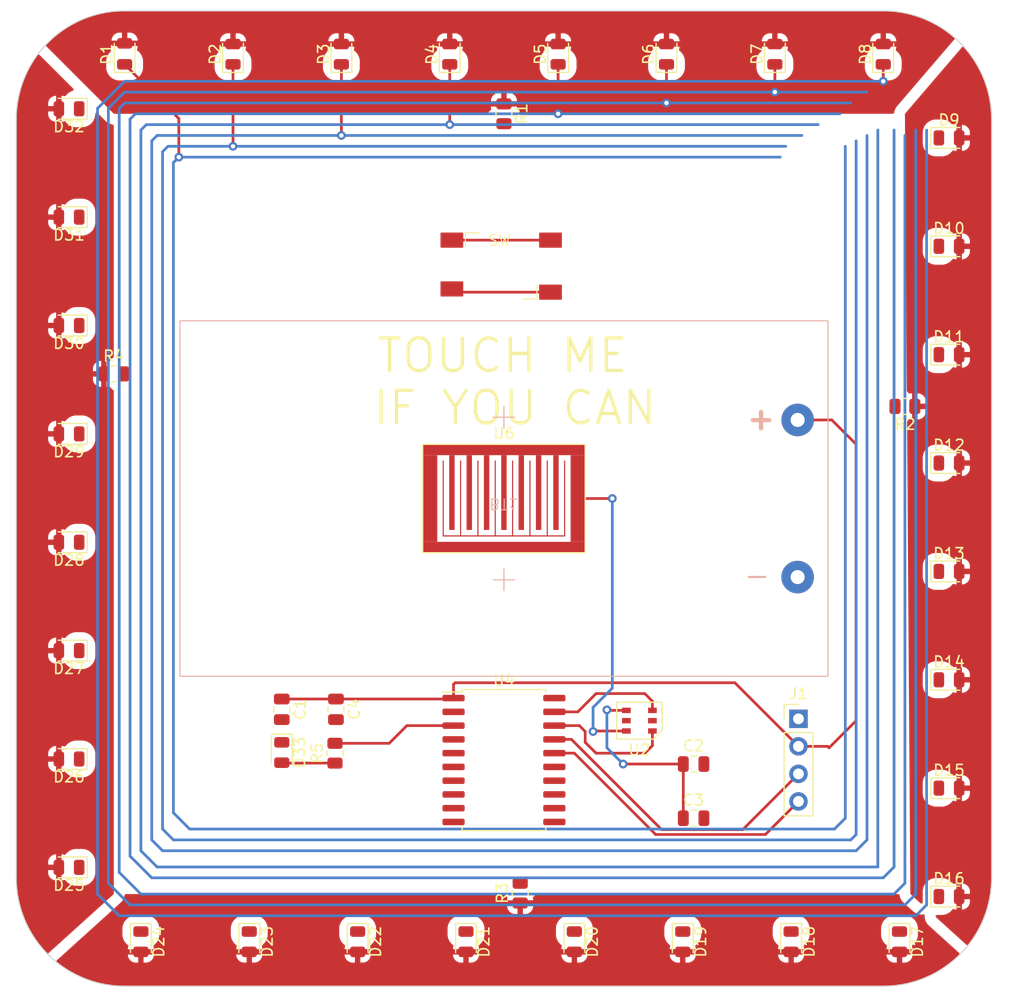
<source format=kicad_pcb>
(kicad_pcb (version 20221018) (generator pcbnew)
  (layers (0 "F.Cu" signal) (31 "B.Cu" signal) (34 "B.Paste" user) (35 "F.Paste" user) (36 "B.SilkS" user "B.Silkscreen") (37 "F.SilkS" user "F.Silkscreen") (38 "B.Mask" user) (39 "F.Mask" user) (44 "Edge.Cuts" user))
  (net 0 "")
  (net 1 "VCC")
  (net 2 "GND")
  (net 3 "/M-")
  (net 4 "Net-(D1-A)")
  (net 5 "/N-")
  (net 6 "/O-")
  (net 7 "/P-")
  (net 8 "/Q-")
  (net 9 "/R-")
  (net 10 "/S-")
  (net 11 "/T-")
  (net 12 "Net-(D10-A)")
  (net 13 "Net-(D17-A)")
  (net 14 "Net-(D25-A)")
  (net 15 "Net-(D33-A)")
  (net 16 "/TX")
  (net 17 "/UPDI")
  (net 18 "/A+")
  (net 19 "/B+")
  (net 20 "/C+")
  (net 21 "/D+")
  (net 22 "/LED_ind")
  (net 23 "/SW")
  (net 24 "/CapSens-IO1")
  (net 25 "/CapSens-IO2")
  (net 26 "Net-(U2-VREG)")
  (net 27 "Net-(U2-VDDHI)")
  (net 28 "Net-(U2-CX)")
  (footprint "LED_SMD:LED_0805_2012Metric" (layer "F.Cu") (at 94.5 93.4375 -90)
    (fp_text reference "D33" (at 0 -1.65 -270) (layer "F.SilkS"))
    (fp_text value "LED")
    (pad "1" smd roundrect (at -0.9375 0 270) (size 0.975 1.4) (layers "F.Cu" "F.Paste" "F.Mask") (net 2 "GND"))
    (pad "2" smd roundrect (at 0.9375 0 270) (size 0.975 1.4) (layers "F.Cu" "F.Paste" "F.Mask") (net 15 "Net-(D33-A)"))
  )
  (footprint "Resistor_SMD:R_0805_2012Metric" (layer "F.Cu") (at 116.5 106.4125 90)
    (fp_text reference "R3" (at 0 -1.65 90) (layer "F.SilkS"))
    (fp_text value "27Ω")
    (pad "1" smd roundrect (at -0.9125 0 90) (size 1.025 1.4) (layers "F.Cu" "F.Paste" "F.Mask") (roundrect_rratio 0.243902) (net 13 "Net-(D17-A)"))
    (pad "2" smd roundrect (at 0.9125 0 90) (size 1.025 1.4) (layers "F.Cu" "F.Paste" "F.Mask") (roundrect_rratio 0.243902) (net 20 "/C+"))
  )
  (footprint "LED_SMD:LED_0805_2012Metric" (layer "F.Cu") (at 80 29 90)
    (fp_text reference "D1" (at 0 -1.65 90) (layer "F.SilkS"))
    (fp_text value "LED")
    (pad "1" smd roundrect locked (at -0.9375 0 90) (size 0.975 1.4) (layers "F.Cu" "F.Paste" "F.Mask") (net 3 "/M-"))
    (pad "2" smd roundrect locked (at 1 0 90) (size 0.975 1.4) (layers "F.Cu" "F.Paste" "F.Mask") (net 4 "Net-(D1-A)"))
  )
  (footprint "LED_SMD:LED_0805_2012Metric" (layer "F.Cu") (at 81.5 110.894 -90)
    (fp_text reference "D24" (at 0 -1.65 90) (layer "F.SilkS"))
    (fp_text value "LED")
    (pad "1" smd roundrect (at -0.9375 0 270) (size 0.975 1.4) (layers "F.Cu" "F.Paste" "F.Mask") (net 7 "/P-"))
    (pad "2" smd roundrect (at 0.9375 0 270) (size 0.975 1.4) (layers "F.Cu" "F.Paste" "F.Mask") (net 13 "Net-(D17-A)"))
  )
  (footprint "LED_SMD:LED_0805_2012Metric" (layer "F.Cu") (at 74.868 34.036 180)
    (fp_text reference "D32" (at 0 -1.65) (layer "F.SilkS"))
    (fp_text value "LED")
    (pad "1" smd roundrect (at -0.9375 0 180) (size 0.975 1.4) (layers "F.Cu" "F.Paste" "F.Mask") (net 7 "/P-"))
    (pad "2" smd roundrect (at 0.9375 0 180) (size 0.975 1.4) (layers "F.Cu" "F.Paste" "F.Mask") (net 14 "Net-(D25-A)"))
  )
  (footprint "LED_SMD:LED_0805_2012Metric" (layer "F.Cu") (at 74.868 54.036 180)
    (fp_text reference "D30" (at 0 -1.65) (layer "F.SilkS"))
    (fp_text value "LED")
    (pad "1" smd roundrect (at -0.9375 0 180) (size 0.975 1.4) (layers "F.Cu" "F.Paste" "F.Mask") (net 5 "/N-"))
    (pad "2" smd roundrect (at 0.9375 0 180) (size 0.975 1.4) (layers "F.Cu" "F.Paste" "F.Mask") (net 14 "Net-(D25-A)"))
  )
  (footprint "LED_SMD:LED_0805_2012Metric" (layer "F.Cu") (at 156.0695 76.726)
    (fp_text reference "D13" (at 0 -1.65) (layer "F.SilkS"))
    (fp_text value "LED")
    (pad "1" smd roundrect (at -0.9375 0) (size 0.975 1.4) (layers "F.Cu" "F.Paste" "F.Mask") (net 3 "/M-"))
    (pad "2" smd roundrect (at 0.9375 0) (size 0.975 1.4) (layers "F.Cu" "F.Paste" "F.Mask") (net 12 "Net-(D10-A)"))
  )
  (footprint "LED_SMD:LED_0805_2012Metric" (layer "F.Cu") (at 156.0695 56.726)
    (fp_text reference "D11" (at 0 -1.65) (layer "F.SilkS"))
    (fp_text value "LED")
    (pad "1" smd roundrect (at -0.9375 0) (size 0.975 1.4) (layers "F.Cu" "F.Paste" "F.Mask") (net 10 "/S-"))
    (pad "2" smd roundrect (at 0.9375 0) (size 0.975 1.4) (layers "F.Cu" "F.Paste" "F.Mask") (net 12 "Net-(D10-A)"))
  )
  (footprint "LED_SMD:LED_0805_2012Metric" (layer "F.Cu") (at 156.0695 36.726)
    (fp_text reference "D9" (at 0 -1.65) (layer "F.SilkS"))
    (fp_text value "LED")
    (pad "1" smd roundrect (at -0.9375 0) (size 0.975 1.4) (layers "F.Cu" "F.Paste" "F.Mask") (net 8 "/Q-"))
    (pad "2" smd roundrect (at 0.9375 0) (size 0.975 1.4) (layers "F.Cu" "F.Paste" "F.Mask") (net 12 "Net-(D10-A)"))
  )
  (footprint "Package_SO:SOIC-20W_7.5x12.8mm_P1.27mm" (layer "F.Cu") (at 115 94.13)
    (fp_text reference "U4" (at 0 -7.35) (layer "F.SilkS"))
    (fp_text value "ATtiny816-S")
    (pad "1" smd roundrect (at -4.65 -5.715) (size 2.05 0.6) (layers "F.Cu" "F.Paste" "F.Mask") (net 1 "VCC"))
    (pad "2" smd roundrect (at -4.65 -4.445) (size 2.05 0.6) (layers "F.Cu" "F.Paste" "F.Mask") (net 23 "/SW"))
    (pad "3" smd roundrect (at -4.65 -3.175) (size 2.05 0.6) (layers "F.Cu" "F.Paste" "F.Mask") (net 22 "/LED_ind"))
    (pad "4" smd roundrect (at -4.65 -1.905) (size 2.05 0.6) (layers "F.Cu" "F.Paste" "F.Mask") (net 10 "/S-"))
    (pad "5" smd roundrect (at -4.65 -0.635) (size 2.05 0.6) (layers "F.Cu" "F.Paste" "F.Mask") (net 11 "/T-"))
    (pad "6" smd roundrect (at -4.65 0.635) (size 2.05 0.6) (layers "F.Cu" "F.Paste" "F.Mask") (net 9 "/R-"))
    (pad "7" smd roundrect (at -4.65 1.905) (size 2.05 0.6) (layers "F.Cu" "F.Paste" "F.Mask") (net 8 "/Q-"))
    (pad "8" smd roundrect (at -4.65 3.175) (size 2.05 0.6) (layers "F.Cu" "F.Paste" "F.Mask") (net 7 "/P-"))
    (pad "9" smd roundrect (at -4.65 4.445) (size 2.05 0.6) (layers "F.Cu" "F.Paste" "F.Mask") (net 6 "/O-"))
    (pad "10" smd roundrect (at -4.65 5.715) (size 2.05 0.6) (layers "F.Cu" "F.Paste" "F.Mask") (net 5 "/N-"))
    (pad "11" smd roundrect (at 4.65 5.715) (size 2.05 0.6) (layers "F.Cu" "F.Paste" "F.Mask") (net 3 "/M-"))
    (pad "12" smd roundrect (at 4.65 4.445) (size 2.05 0.6) (layers "F.Cu" "F.Paste" "F.Mask") (net 18 "/A+"))
    (pad "13" smd roundrect (at 4.65 3.175) (size 2.05 0.6) (layers "F.Cu" "F.Paste" "F.Mask") (net 19 "/B+"))
    (pad "14" smd roundrect (at 4.65 1.905) (size 2.05 0.6) (layers "F.Cu" "F.Paste" "F.Mask") (net 20 "/C+"))
    (pad "15" smd roundrect (at 4.65 0.635) (size 2.05 0.6) (layers "F.Cu" "F.Paste" "F.Mask") (net 21 "/D+"))
    (pad "16" smd roundrect (at 4.65 -0.635) (size 2.05 0.6) (layers "F.Cu" "F.Paste" "F.Mask") (net 17 "/UPDI"))
    (pad "17" smd roundrect (at 4.65 -1.905) (size 2.05 0.6) (layers "F.Cu" "F.Paste" "F.Mask") (net 16 "/TX"))
    (pad "18" smd roundrect (at 4.65 -3.175) (size 2.05 0.6) (layers "F.Cu" "F.Paste" "F.Mask") (net 24 "/CapSens-IO1"))
    (pad "19" smd roundrect (at 4.65 -4.445) (size 2.05 0.6) (layers "F.Cu" "F.Paste" "F.Mask") (net 25 "/CapSens-IO2"))
    (pad "20" smd roundrect (at 4.65 -5.715) (size 2.05 0.6) (layers "F.Cu" "F.Paste" "F.Mask") (net 2 "GND"))
  )
  (footprint "LED_SMD:LED_0805_2012Metric" (layer "F.Cu") (at 74.868 44.036 180)
    (fp_text reference "D31" (at 0 -1.65) (layer "F.SilkS"))
    (fp_text value "LED")
    (pad "1" smd roundrect (at -0.9375 0 180) (size 0.975 1.4) (layers "F.Cu" "F.Paste" "F.Mask") (net 6 "/O-"))
    (pad "2" smd roundrect (at 0.9375 0 180) (size 0.975 1.4) (layers "F.Cu" "F.Paste" "F.Mask") (net 14 "Net-(D25-A)"))
  )
  (footprint "LED_SMD:LED_0805_2012Metric" (layer "F.Cu") (at 74.868 104.036 180)
    (fp_text reference "D25" (at 0 -1.65) (layer "F.SilkS"))
    (fp_text value "LED")
    (pad "1" smd roundrect (at -0.9375 0 180) (size 0.975 1.4) (layers "F.Cu" "F.Paste" "F.Mask") (net 8 "/Q-"))
    (pad "2" smd roundrect (at 0.9375 0 180) (size 0.975 1.4) (layers "F.Cu" "F.Paste" "F.Mask") (net 14 "Net-(D25-A)"))
  )
  (footprint "Resistor_SMD:R_0805_2012Metric" (layer "F.Cu") (at 115 34.5 -90)
    (fp_text reference "R1" (at 0 -1.65 90) (layer "F.SilkS"))
    (fp_text value "27Ω")
    (pad "1" smd roundrect (at -0.9125 0 270) (size 1.025 1.4) (layers "F.Cu" "F.Paste" "F.Mask") (roundrect_rratio 0.243902) (net 4 "Net-(D1-A)"))
    (pad "2" smd roundrect (at 0.9125 0 270) (size 1.025 1.4) (layers "F.Cu" "F.Paste" "F.Mask") (roundrect_rratio 0.243902) (net 18 "/A+"))
  )
  (footprint "LED_SMD:LED_0805_2012Metric" (layer "F.Cu") (at 74.868 64.036 180)
    (fp_text reference "D29" (at 0 -1.65) (layer "F.SilkS"))
    (fp_text value "LED")
    (pad "1" smd roundrect (at -0.9375 0 180) (size 0.975 1.4) (layers "F.Cu" "F.Paste" "F.Mask") (net 3 "/M-"))
    (pad "2" smd roundrect (at 0.9375 0 180) (size 0.975 1.4) (layers "F.Cu" "F.Paste" "F.Mask") (net 14 "Net-(D25-A)"))
  )
  (footprint "LED_SMD:LED_0805_2012Metric" (layer "F.Cu") (at 151.5 110.894 -90)
    (fp_text reference "D17" (at 0 -1.65 90) (layer "F.SilkS"))
    (fp_text value "LED")
    (pad "1" smd roundrect (at -0.9375 0 270) (size 0.975 1.4) (layers "F.Cu" "F.Paste" "F.Mask") (net 8 "/Q-"))
    (pad "2" smd roundrect (at 0.9375 0 270) (size 0.975 1.4) (layers "F.Cu" "F.Paste" "F.Mask") (net 13 "Net-(D17-A)"))
  )
  (footprint "Capacitor_SMD:C_0805_2012Metric" (layer "F.Cu") (at 94.5 89.45 -90)
    (fp_text reference "C1" (at 0 -1.68 90) (layer "F.SilkS"))
    (fp_text value "1uF")
    (pad "1" smd roundrect (at -0.95 0 270) (size 1 1.45) (layers "F.Cu" "F.Paste" "F.Mask") (net 1 "VCC"))
    (pad "2" smd roundrect (at 0.95 0 270) (size 1 1.45) (layers "F.Cu" "F.Paste" "F.Mask") (net 2 "GND"))
  )
  (footprint "LED_SMD:LED_0805_2012Metric" (layer "F.Cu") (at 110 29 90)
    (fp_text reference "D4" (at 0 -1.65 90) (layer "F.SilkS"))
    (fp_text value "LED")
    (pad "1" smd roundrect locked (at -0.9375 0 90) (size 0.975 1.4) (layers "F.Cu" "F.Paste" "F.Mask") (net 7 "/P-"))
    (pad "2" smd roundrect locked (at 0.9375 0 90) (size 0.975 1.4) (layers "F.Cu" "F.Paste" "F.Mask") (net 4 "Net-(D1-A)"))
  )
  (footprint "MyLib:TouchButton-15x10mm" (layer "F.Cu") (at 115 70)
    (fp_text reference "U6" (at 0 -6) (layer "F.SilkS"))
    (fp_text value "~")
    (pad "1" smd rect (at -6.825 0) (size 1.35 8) (layers "F.Cu") (net 28 "Net-(U2-CX)"))
    (pad "1" smd rect (at -4.8 -0.550001) (size 0.5 6.9) (layers "F.Cu") (net 28 "Net-(U2-CX)"))
    (pad "1" smd rect (at -3.2 -0.550001) (size 0.5 6.9) (layers "F.Cu") (net 28 "Net-(U2-CX)"))
    (pad "1" smd rect (at -1.6 -0.550001) (size 0.5 6.9) (layers "F.Cu") (net 28 "Net-(U2-CX)"))
    (pad "1" smd rect (at 0 -4.5) (size 15 1) (layers "F.Cu") (net 28 "Net-(U2-CX)"))
    (pad "1" smd rect (at 0 -0.550001) (size 0.5 6.9) (layers "F.Cu") (net 28 "Net-(U2-CX)"))
    (pad "1" smd rect (at 0 4.5) (size 15 1) (layers "F.Cu") (net 28 "Net-(U2-CX)"))
    (pad "1" smd rect (at 1.6 -0.550001) (size 0.5 6.9) (layers "F.Cu") (net 28 "Net-(U2-CX)"))
    (pad "1" smd rect (at 3.2 -0.550001) (size 0.5 6.9) (layers "F.Cu") (net 28 "Net-(U2-CX)"))
    (pad "1" smd rect (at 4.8 -0.550001) (size 0.5 6.9) (layers "F.Cu") (net 28 "Net-(U2-CX)"))
    (pad "1" smd rect (at 6.825 0) (size 1.35 8) (layers "F.Cu") (net 28 "Net-(U2-CX)"))
    (pad "2" smd rect (at -5.6 0) (size 0.1 7) (layers "F.Cu"))
    (pad "2" smd rect (at -4 0) (size 0.1 7) (layers "F.Cu"))
    (pad "2" smd rect (at -2.4 0) (size 0.1 7) (layers "F.Cu"))
    (pad "2" smd rect (at -0.8 0) (size 0.1 7) (layers "F.Cu"))
    (pad "2" smd rect (at 0 3.45) (size 11.3 0.1) (layers "F.Cu"))
    (pad "2" smd rect (at 0.8 0) (size 0.1 7) (layers "F.Cu"))
    (pad "2" smd rect (at 2.4 0) (size 0.1 7) (layers "F.Cu"))
    (pad "2" smd rect (at 4 0) (size 0.1 7) (layers "F.Cu"))
    (pad "2" smd rect (at 5.6 0) (size 0.1 7) (layers "F.Cu"))
  )
  (footprint "LED_SMD:LED_0805_2012Metric" (layer "F.Cu") (at 100 29 90)
    (fp_text reference "D3" (at 0 -1.65 90) (layer "F.SilkS"))
    (fp_text value "LED")
    (pad "1" smd roundrect locked (at -0.9375 0 90) (size 0.975 1.4) (layers "F.Cu" "F.Paste" "F.Mask") (net 6 "/O-"))
    (pad "2" smd roundrect locked (at 0.9375 0 90) (size 0.975 1.4) (layers "F.Cu" "F.Paste" "F.Mask") (net 4 "Net-(D1-A)"))
  )
  (footprint "LED_SMD:LED_0805_2012Metric" (layer "F.Cu") (at 156.0695 106.726)
    (fp_text reference "D16" (at 0 -1.65) (layer "F.SilkS"))
    (fp_text value "LED")
    (pad "1" smd roundrect (at -0.9375 0) (size 0.975 1.4) (layers "F.Cu" "F.Paste" "F.Mask") (net 7 "/P-"))
    (pad "2" smd roundrect (at 0.9375 0) (size 0.975 1.4) (layers "F.Cu" "F.Paste" "F.Mask") (net 12 "Net-(D10-A)"))
  )
  (footprint "LED_SMD:LED_0805_2012Metric" (layer "F.Cu") (at 120 29 90)
    (fp_text reference "D5" (at 0 -1.65 90) (layer "F.SilkS"))
    (fp_text value "LED")
    (pad "1" smd roundrect locked (at -0.9375 0 90) (size 0.975 1.4) (layers "F.Cu" "F.Paste" "F.Mask") (net 8 "/Q-"))
    (pad "2" smd roundrect locked (at 0.9375 0 90) (size 0.975 1.4) (layers "F.Cu" "F.Paste" "F.Mask") (net 4 "Net-(D1-A)"))
  )
  (footprint "Capacitor_SMD:C_0805_2012Metric" (layer "F.Cu") (at 132.5 99.5)
    (fp_text reference "C3" (at 0 -1.68) (layer "F.SilkS"))
    (fp_text value "1uF")
    (pad "1" smd roundrect (at -0.95 0) (size 1 1.45) (layers "F.Cu" "F.Paste" "F.Mask") (net 26 "Net-(U2-VREG)"))
    (pad "2" smd roundrect (at 0.95 0) (size 1 1.45) (layers "F.Cu" "F.Paste" "F.Mask") (net 2 "GND"))
  )
  (footprint "LED_SMD:LED_0805_2012Metric" (layer "F.Cu") (at 141.5 110.894 -90)
    (fp_text reference "D18" (at 0 -1.65 90) (layer "F.SilkS"))
    (fp_text value "LED")
    (pad "1" smd roundrect (at -0.9375 0 270) (size 0.975 1.4) (layers "F.Cu" "F.Paste" "F.Mask") (net 9 "/R-"))
    (pad "2" smd roundrect (at 0.9375 0 270) (size 0.975 1.4) (layers "F.Cu" "F.Paste" "F.Mask") (net 13 "Net-(D17-A)"))
  )
  (footprint "LED_SMD:LED_0805_2012Metric" (layer "F.Cu") (at 74.868 84.036 180)
    (fp_text reference "D27" (at 0 -1.65) (layer "F.SilkS"))
    (fp_text value "LED")
    (pad "1" smd roundrect (at -0.9375 0 180) (size 0.975 1.4) (layers "F.Cu" "F.Paste" "F.Mask") (net 10 "/S-"))
    (pad "2" smd roundrect (at 0.9375 0 180) (size 0.975 1.4) (layers "F.Cu" "F.Paste" "F.Mask") (net 14 "Net-(D25-A)"))
  )
  (footprint "LED_SMD:LED_0805_2012Metric" (layer "F.Cu") (at 74.868 74.036 180)
    (fp_text reference "D28" (at 0 -1.65) (layer "F.SilkS"))
    (fp_text value "LED")
    (pad "1" smd roundrect (at -0.9375 0 180) (size 0.975 1.4) (layers "F.Cu" "F.Paste" "F.Mask") (net 11 "/T-"))
    (pad "2" smd roundrect (at 0.9375 0 180) (size 0.975 1.4) (layers "F.Cu" "F.Paste" "F.Mask") (net 14 "Net-(D25-A)"))
  )
  (footprint "LED_SMD:LED_0805_2012Metric" (layer "F.Cu") (at 91.5 110.894 -90)
    (fp_text reference "D23" (at 0 -1.65 90) (layer "F.SilkS"))
    (fp_text value "LED")
    (pad "1" smd roundrect (at -0.9375 0 270) (size 0.975 1.4) (layers "F.Cu" "F.Paste" "F.Mask") (net 6 "/O-"))
    (pad "2" smd roundrect (at 0.9375 0 270) (size 0.975 1.4) (layers "F.Cu" "F.Paste" "F.Mask") (net 13 "Net-(D17-A)"))
  )
  (footprint "LED_SMD:LED_0805_2012Metric" (layer "F.Cu") (at 156.0695 66.726)
    (fp_text reference "D12" (at 0 -1.65) (layer "F.SilkS"))
    (fp_text value "LED")
    (pad "1" smd roundrect (at -0.9375 0) (size 0.975 1.4) (layers "F.Cu" "F.Paste" "F.Mask") (net 11 "/T-"))
    (pad "2" smd roundrect (at 0.9375 0) (size 0.975 1.4) (layers "F.Cu" "F.Paste" "F.Mask") (net 12 "Net-(D10-A)"))
  )
  (footprint "LED_SMD:LED_0805_2012Metric" (layer "F.Cu") (at 74.868 94.036 180)
    (fp_text reference "D26" (at 0 -1.65) (layer "F.SilkS"))
    (fp_text value "LED")
    (pad "1" smd roundrect (at -0.9375 0 180) (size 0.975 1.4) (layers "F.Cu" "F.Paste" "F.Mask") (net 9 "/R-"))
    (pad "2" smd roundrect (at 0.9375 0 180) (size 0.975 1.4) (layers "F.Cu" "F.Paste" "F.Mask") (net 14 "Net-(D25-A)"))
  )
  (footprint "Resistor_SMD:R_0805_2012Metric" (layer "F.Cu") (at 152 61.5 180)
    (fp_text reference "R2" (at 0 -1.65) (layer "F.SilkS"))
    (fp_text value "27Ω")
    (pad "1" smd roundrect (at -0.9125 0 180) (size 1.025 1.4) (layers "F.Cu" "F.Paste" "F.Mask") (roundrect_rratio 0.243902) (net 12 "Net-(D10-A)"))
    (pad "2" smd roundrect (at 0.9125 0 180) (size 1.025 1.4) (layers "F.Cu" "F.Paste" "F.Mask") (roundrect_rratio 0.243902) (net 19 "/B+"))
  )
  (footprint "LED_SMD:LED_0805_2012Metric" (layer "F.Cu") (at 90 29 90)
    (fp_text reference "D2" (at 0 -1.65 90) (layer "F.SilkS"))
    (fp_text value "LED")
    (pad "1" smd roundrect locked (at -0.9375 0 90) (size 0.975 1.4) (layers "F.Cu" "F.Paste" "F.Mask") (net 5 "/N-"))
    (pad "2" smd roundrect locked (at 0.9375 0 90) (size 0.975 1.4) (layers "F.Cu" "F.Paste" "F.Mask") (net 4 "Net-(D1-A)"))
  )
  (footprint "Capacitor_SMD:C_0805_2012Metric" (layer "F.Cu") (at 99.5 89.45 -90)
    (fp_text reference "C4" (at 0 -1.68 90) (layer "F.SilkS"))
    (fp_text value "100pF")
    (pad "1" smd roundrect (at -0.95 0 270) (size 1 1.45) (layers "F.Cu" "F.Paste" "F.Mask") (net 1 "VCC"))
    (pad "2" smd roundrect (at 0.95 0 270) (size 1 1.45) (layers "F.Cu" "F.Paste" "F.Mask") (net 2 "GND"))
  )
  (footprint "LED_SMD:LED_0805_2012Metric" (layer "F.Cu") (at 156.0695 86.726)
    (fp_text reference "D14" (at 0 -1.65) (layer "F.SilkS"))
    (fp_text value "LED")
    (pad "1" smd roundrect (at -0.9375 0) (size 0.975 1.4) (layers "F.Cu" "F.Paste" "F.Mask") (net 5 "/N-"))
    (pad "2" smd roundrect (at 0.9375 0) (size 0.975 1.4) (layers "F.Cu" "F.Paste" "F.Mask") (net 12 "Net-(D10-A)"))
  )
  (footprint "Connector_PinHeader_2.54mm:PinHeader_1x04_P2.54mm_Vertical" (layer "F.Cu") (at 142.178 90.33)
    (fp_text reference "J1" (at 0 -2.33) (layer "F.SilkS"))
    (fp_text value "Conn_01x04_Pin")
    (pad "1" thru_hole rect (at 0 0) (size 1.7 1.7) (drill 1) (layers "*.Cu" "*.Mask") (net 2 "GND"))
    (pad "2" thru_hole oval (at 0 2.54) (size 1.7 1.7) (drill 1) (layers "*.Cu" "*.Mask") (net 1 "VCC"))
    (pad "3" thru_hole oval (at 0 5.08) (size 1.7 1.7) (drill 1) (layers "*.Cu" "*.Mask") (net 16 "/TX"))
    (pad "4" thru_hole oval (at 0 7.62) (size 1.7 1.7) (drill 1) (layers "*.Cu" "*.Mask") (net 17 "/UPDI"))
  )
  (footprint "Resistor_SMD:R_0805_2012Metric" (layer "F.Cu") (at 79 58.5)
    (fp_text reference "R4" (at 0 -1.65) (layer "F.SilkS"))
    (fp_text value "27Ω")
    (pad "1" smd roundrect (at -0.9125 0) (size 1.025 1.4) (layers "F.Cu" "F.Paste" "F.Mask") (roundrect_rratio 0.243902) (net 14 "Net-(D25-A)"))
    (pad "2" smd roundrect (at 0.9125 0) (size 1.025 1.4) (layers "F.Cu" "F.Paste" "F.Mask") (roundrect_rratio 0.243902) (net 21 "/D+"))
  )
  (footprint "LED_SMD:LED_0805_2012Metric" (layer "F.Cu") (at 121.5 110.894 -90)
    (fp_text reference "D20" (at 0 -1.65 90) (layer "F.SilkS"))
    (fp_text value "LED")
    (pad "1" smd roundrect (at -0.9375 0 270) (size 0.975 1.4) (layers "F.Cu" "F.Paste" "F.Mask") (net 11 "/T-"))
    (pad "2" smd roundrect (at 0.9375 0 270) (size 0.975 1.4) (layers "F.Cu" "F.Paste" "F.Mask") (net 13 "Net-(D17-A)"))
  )
  (footprint "LED_SMD:LED_0805_2012Metric" (layer "F.Cu") (at 131.5 110.894 -90)
    (fp_text reference "D19" (at 0 -1.65 90) (layer "F.SilkS"))
    (fp_text value "LED")
    (pad "1" smd roundrect (at -0.9375 0 270) (size 0.975 1.4) (layers "F.Cu" "F.Paste" "F.Mask") (net 10 "/S-"))
    (pad "2" smd roundrect (at 0.9375 0 270) (size 0.975 1.4) (layers "F.Cu" "F.Paste" "F.Mask") (net 13 "Net-(D17-A)"))
  )
  (footprint "LED_SMD:LED_0805_2012Metric" (layer "F.Cu") (at 111.5 110.894 -90)
    (fp_text reference "D21" (at 0 -1.65 90) (layer "F.SilkS"))
    (fp_text value "LED")
    (pad "1" smd roundrect (at -0.9375 0 270) (size 0.975 1.4) (layers "F.Cu" "F.Paste" "F.Mask") (net 3 "/M-"))
    (pad "2" smd roundrect (at 0.9375 0 270) (size 0.975 1.4) (layers "F.Cu" "F.Paste" "F.Mask") (net 13 "Net-(D17-A)"))
  )
  (footprint "Capacitor_SMD:C_0805_2012Metric" (layer "F.Cu") (at 132.5 94.5)
    (fp_text reference "C2" (at 0 -1.68) (layer "F.SilkS"))
    (fp_text value "100pF")
    (pad "1" smd roundrect (at -0.95 0) (size 1 1.45) (layers "F.Cu" "F.Paste" "F.Mask") (net 26 "Net-(U2-VREG)"))
    (pad "2" smd roundrect (at 0.95 0) (size 1 1.45) (layers "F.Cu" "F.Paste" "F.Mask") (net 2 "GND"))
  )
  (footprint "LED_SMD:LED_0805_2012Metric" (layer "F.Cu") (at 130 29 90)
    (fp_text reference "D6" (at 0 -1.65 90) (layer "F.SilkS"))
    (fp_text value "LED")
    (pad "1" smd roundrect locked (at -0.9375 0 90) (size 0.975 1.4) (layers "F.Cu" "F.Paste" "F.Mask") (net 9 "/R-"))
    (pad "2" smd roundrect locked (at 0.9375 0 90) (size 0.975 1.4) (layers "F.Cu" "F.Paste" "F.Mask") (net 4 "Net-(D1-A)"))
  )
  (footprint "LED_SMD:LED_0805_2012Metric" (layer "F.Cu") (at 140 29 90)
    (fp_text reference "D7" (at 0 -1.65 90) (layer "F.SilkS"))
    (fp_text value "LED")
    (pad "1" smd roundrect locked (at -0.9375 0 90) (size 0.975 1.4) (layers "F.Cu" "F.Paste" "F.Mask") (net 10 "/S-"))
    (pad "2" smd roundrect locked (at 0.9375 0 90) (size 0.975 1.4) (layers "F.Cu" "F.Paste" "F.Mask") (net 4 "Net-(D1-A)"))
  )
  (footprint "LED_SMD:LED_0805_2012Metric" (layer "F.Cu") (at 101.5 110.894 -90)
    (fp_text reference "D22" (at 0 -1.65 90) (layer "F.SilkS"))
    (fp_text value "LED")
    (pad "1" smd roundrect (at -0.9375 0 270) (size 0.975 1.4) (layers "F.Cu" "F.Paste" "F.Mask") (net 5 "/N-"))
    (pad "2" smd roundrect (at 0.9375 0 270) (size 0.975 1.4) (layers "F.Cu" "F.Paste" "F.Mask") (net 13 "Net-(D17-A)"))
  )
  (footprint "Resistor_SMD:R_0805_2012Metric" (layer "F.Cu") (at 99.4125 93.5 90)
    (fp_text reference "R5" (at 0 -1.65 90) (layer "F.SilkS"))
    (fp_text value "27Ω")
    (pad "1" smd roundrect (at -0.9125 0 90) (size 1.025 1.4) (layers "F.Cu" "F.Paste" "F.Mask") (roundrect_rratio 0.243902) (net 15 "Net-(D33-A)"))
    (pad "2" smd roundrect (at 0.9125 0 90) (size 1.025 1.4) (layers "F.Cu" "F.Paste" "F.Mask") (roundrect_rratio 0.243902) (net 22 "/LED_ind"))
  )
  (footprint "MyLib:FSM2JSMAATR" (layer "F.Cu") (at 114.746 48.41)
    (fp_text reference "SW2")
    (fp_text value "SW_Push")
    (fp_text user "SW" (at -1.27 -1.651 unlocked) (layer "F.SilkS") (effects (font (thickness 0.1)) (justify left bottom)))
    (pad "1" smd roundrect (at -4.55 -2.25) (size 2.1 1.4) (layers "F.Cu" "F.Paste" "F.Mask") (roundrect_rratio 0.05) (net 2 "GND"))
    (pad "1" smd roundrect (at 4.55 -2.25) (size 2.1 1.4) (layers "F.Cu" "F.Paste" "F.Mask") (roundrect_rratio 0.05) (net 2 "GND"))
    (pad "2" smd roundrect (at -4.55 2.25) (size 2.1 1.4) (layers "F.Cu" "F.Paste" "F.Mask") (roundrect_rratio 0.05) (net 23 "/SW"))
    (pad "2" smd roundrect (at 4.55 2.55) (size 2.1 1.4) (layers "F.Cu" "F.Paste" "F.Mask") (roundrect_rratio 0.05) (net 23 "/SW"))
  )
  (footprint "LED_SMD:LED_0805_2012Metric" (layer "F.Cu") (at 150 29 90)
    (fp_text reference "D8" (at 0 -1.65 90) (layer "F.SilkS"))
    (fp_text value "LED")
    (pad "1" smd roundrect locked (at -0.9375 0 90) (size 0.975 1.4) (layers "F.Cu" "F.Paste" "F.Mask") (net 11 "/T-"))
    (pad "2" smd roundrect locked (at 0.9375 0 90) (size 0.975 1.4) (layers "F.Cu" "F.Paste" "F.Mask") (net 4 "Net-(D1-A)"))
  )
  (footprint "LED_SMD:LED_0805_2012Metric" (layer "F.Cu") (at 156.0695 96.726)
    (fp_text reference "D15" (at 0 -1.65) (layer "F.SilkS"))
    (fp_text value "LED")
    (pad "1" smd roundrect (at -0.9375 0) (size 0.975 1.4) (layers "F.Cu" "F.Paste" "F.Mask") (net 6 "/O-"))
    (pad "2" smd roundrect (at 0.9375 0) (size 0.975 1.4) (layers "F.Cu" "F.Paste" "F.Mask") (net 12 "Net-(D10-A)"))
  )
  (footprint "LED_SMD:LED_0805_2012Metric" (layer "F.Cu") (at 156.0695 46.726)
    (fp_text reference "D10" (at 0 -1.65) (layer "F.SilkS"))
    (fp_text value "LED")
    (pad "1" smd roundrect (at -0.9375 0) (size 0.975 1.4) (layers "F.Cu" "F.Paste" "F.Mask") (net 9 "/R-"))
    (pad "2" smd roundrect (at 0.9375 0) (size 0.975 1.4) (layers "F.Cu" "F.Paste" "F.Mask") (net 12 "Net-(D10-A)"))
  )
  (footprint "MyLib:TSOT32-6" (layer "F.Cu") (at 127.5 90.5 90)
    (fp_text reference "U2" (at -2.7 0) (layer "F.SilkS"))
    (fp_text value "~")
    (pad "1" smd rect (at -0.95 1.2 90) (size 0.5 0.8) (layers "F.Cu" "F.Paste" "F.Mask") (net 24 "/CapSens-IO1"))
    (pad "2" smd rect (at 0 1.2 90) (size 0.5 0.8) (layers "F.Cu" "F.Paste" "F.Mask") (net 2 "GND"))
    (pad "3" smd rect (at 0.95 1.2 90) (size 0.5 0.8) (layers "F.Cu" "F.Paste" "F.Mask") (net 25 "/CapSens-IO2"))
    (pad "4" smd rect (at 0.95 -1.2 90) (size 0.5 0.8) (layers "F.Cu" "F.Paste" "F.Mask") (net 26 "Net-(U2-VREG)"))
    (pad "5" smd rect (at 0 -1.2 90) (size 0.5 0.8) (layers "F.Cu" "F.Paste" "F.Mask") (net 27 "Net-(U2-VDDHI)"))
    (pad "6" smd rect (at -0.95 -1.2 90) (size 0.5 0.8) (layers "F.Cu" "F.Paste" "F.Mask") (net 28 "Net-(U2-CX)"))
  )
  (footprint "MyLib:Battery_holder__Keystone_Electronic_AA_2462" (layer "B.Cu") (at 115 70)
    (fp_text reference "BT1" (at 0 0.5 180 unlocked) (layer "B.SilkS") (effects (font (thickness 0.1)) (justify mirror)))
    (fp_text value "Battery_Cell")
    (fp_text user "-" (at 21.971 6.223 180 unlocked) (layer "B.SilkS") (effects (font (size 2 2) (thickness 0.2) bold) (justify left bottom mirror)))
    (fp_text user "+" (at 22.225 -8.255 180 unlocked) (layer "B.SilkS") (effects (font (size 2 2) (thickness 0.4) bold) (justify left bottom mirror)))
    (pad "1" thru_hole circle (at 27.1 -7.25) (size 3 3) (drill 1.3) (layers "*.Cu" "*.Mask") (net 1 "VCC"))
    (pad "2" thru_hole circle (at 27.1 7.25) (size 3 3) (drill 1.3) (layers "*.Cu" "*.Mask") (net 2 "GND"))
    (zone (net 0) (net_name "") (layers "F&B.Cu") (name "Drilling Hole Area") (connect_pads (clearance 0)) (min_thickness 0.25)
      (keepout (tracks not_allowed) (vias not_allowed) (pads not_allowed) (copperpour not_allowed) (footprints not_allowed))
      (fill (thermal_gap 0.5) (thermal_bridge_width 0.5))
      (polygon (pts (xy 113 64.5) (xy 113 60.5) (xy 117 60.5) (xy 117 64.5)))
    )
    (zone (net 0) (net_name "") (layers "F&B.Cu") (name "Drilling Holes Area") (connect_pads (clearance 0)) (min_thickness 0.25)
      (keepout (tracks not_allowed) (vias not_allowed) (pads not_allowed) (copperpour not_allowed) (footprints not_allowed))
      (fill (thermal_gap 0.5) (thermal_bridge_width 0.5))
      (polygon (pts (xy 113 79.5) (xy 113 75.5) (xy 117 75.5) (xy 117 79.5)))
    )
  )
  (gr_line locked (start 150 25) (end 80 25) (stroke (width 0.1)) (layer "Edge.Cuts"))
  (gr_arc locked (start 150 25) (mid 157.071067 27.928932) (end 160 35) (stroke (width 0.1)) (layer "Edge.Cuts"))
  (gr_line locked (start 160 105) (end 160 35) (stroke (width 0.1)) (layer "Edge.Cuts"))
  (gr_arc locked (start 160 105) (mid 157.071068 112.071067) (end 150 115) (stroke (width 0.1)) (layer "Edge.Cuts"))
  (gr_line locked (start 70 35) (end 70 105) (stroke (width 0.1)) (layer "Edge.Cuts"))
  (gr_arc locked (start 80 115) (mid 72.928933 112.071068) (end 70 105) (stroke (width 0.1)) (layer "Edge.Cuts"))
  (gr_arc locked (start 70 35) (mid 72.928932 27.928933) (end 80 25) (stroke (width 0.1)) (layer "Edge.Cuts"))
  (gr_line locked (start 80 115) (end 150 115) (stroke (width 0.1)) (layer "Edge.Cuts"))
  (gr_text "TOUCH ME \nIF YOU CAN" (at 116.016 63.396) (layer "F.SilkS") (effects (font (size 3 3) (thickness 0.3) bold) (justify bottom)))
  (segment (start 147.5 90.5) (end 145 93) (width 0.25) (layer "F.Cu") (net 1))
  (segment (start 142.178 92.87) (end 136.308 87) (width 0.25) (layer "F.Cu") (net 1))
  (segment (start 142.1 62.75) (end 145.25 62.75) (width 0.25) (layer "F.Cu") (net 1))
  (segment (start 147.5 65) (end 147.5 90.5) (width 0.25) (layer "F.Cu") (net 1))
  (segment (start 99.5 88.5) (end 110.265 88.5) (width 0.25) (layer "F.Cu") (net 1))
  (segment (start 145.25 62.75) (end 147.5 65) (width 0.25) (layer "F.Cu") (net 1))
  (segment (start 144.87 92.87) (end 142.178 92.87) (width 0.25) (layer "F.Cu") (net 1))
  (segment (start 145 93) (end 144.87 92.87) (width 0.25) (layer "F.Cu") (net 1))
  (segment (start 136.308 87) (end 110.5 87) (width 0.25) (layer "F.Cu") (net 1))
  (segment (start 110.265 88.5) (end 110.35 88.415) (width 0.25) (layer "F.Cu") (net 1))
  (segment (start 110.5 87) (end 110.35 87.15) (width 0.25) (layer "F.Cu") (net 1))
  (segment (start 99.5 88.5) (end 94.5 88.5) (width 0.25) (layer "F.Cu") (net 1))
  (segment (start 110.35 87.15) (end 110.35 88.415) (width 0.25) (layer "F.Cu") (net 1))
  (segment (start 110.196 46.16) (end 119.296 46.16) (width 0.25) (layer "F.Cu") (net 2))
  (segment (start 80 29.9375) (end 85 34.9375) (width 0.25) (layer "F.Cu") (net 3))
  (segment (start 85 34.9375) (end 85 38.5) (width 0.25) (layer "F.Cu") (net 3))
  (via (at 85 38.5) (size 0.8) (drill 0.4) (layers "F.Cu" "B.Cu") (net 3))
  (segment (start 145.5 100.5) (end 146.5 99.5) (width 0.25) (layer "B.Cu") (net 3))
  (segment (start 84.5 99) (end 86 100.5) (width 0.25) (layer "B.Cu") (net 3))
  (segment (start 86 100.5) (end 145.5 100.5) (width 0.25) (layer "B.Cu") (net 3))
  (segment (start 85 38.5) (end 84.5 39) (width 0.25) (layer "B.Cu") (net 3))
  (segment (start 146.5 99.5) (end 146.5 37.5) (width 0.25) (layer "B.Cu") (net 3))
  (segment (start 84.5 39) (end 84.5 99) (width 0.25) (layer "B.Cu") (net 3))
  (segment (start 140.5 38.5) (end 85 38.5) (width 0.25) (layer "B.Cu") (net 3))
  (segment (start 90 29.9375) (end 90 37.5) (width 0.25) (layer "F.Cu") (net 5))
  (via (at 90 37.5) (size 0.8) (drill 0.4) (layers "F.Cu" "B.Cu") (net 5))
  (segment (start 147.5 101) (end 147.5 37) (width 0.25) (layer "B.Cu") (net 5))
  (segment (start 84 37.5) (end 83.5 38) (width 0.25) (layer "B.Cu") (net 5))
  (segment (start 147 101.5) (end 147.5 101) (width 0.25) (layer "B.Cu") (net 5))
  (segment (start 83.5 100.5) (end 84.5 101.5) (width 0.25) (layer "B.Cu") (net 5))
  (segment (start 83.5 38) (end 83.5 100.5) (width 0.25) (layer "B.Cu") (net 5))
  (segment (start 141 37.5) (end 90 37.5) (width 0.25) (layer "B.Cu") (net 5))
  (segment (start 90 37.5) (end 84 37.5) (width 0.25) (layer "B.Cu") (net 5))
  (segment (start 84.5 101.5) (end 147 101.5) (width 0.25) (layer "B.Cu") (net 5))
  (segment (start 100 29.9375) (end 100 36.5) (width 0.25) (layer "F.Cu") (net 6))
  (via (at 100 36.5) (size 0.8) (drill 0.4) (layers "F.Cu" "B.Cu") (net 6))
  (segment (start 82.5 37) (end 82.5 101.5) (width 0.25) (layer "B.Cu") (net 6))
  (segment (start 142.5 36.5) (end 100 36.5) (width 0.25) (layer "B.Cu") (net 6))
  (segment (start 148.5 101.5) (end 148.5 36.5) (width 0.25) (layer "B.Cu") (net 6))
  (segment (start 82.5 101.5) (end 83.5 102.5) (width 0.25) (layer "B.Cu") (net 6))
  (segment (start 83.5 102.5) (end 147.5 102.5) (width 0.25) (layer "B.Cu") (net 6))
  (segment (start 147.5 102.5) (end 148.5 101.5) (width 0.25) (layer "B.Cu") (net 6))
  (segment (start 83 36.5) (end 82.5 37) (width 0.25) (layer "B.Cu") (net 6))
  (segment (start 100 36.5) (end 83 36.5) (width 0.25) (layer "B.Cu") (net 6))
  (segment (start 110 29.9375) (end 110 35.5) (width 0.25) (layer "F.Cu") (net 7))
  (via (at 110 35.5) (size 0.8) (drill 0.4) (layers "F.Cu" "B.Cu") (net 7))
  (segment (start 110 35.5) (end 82 35.5) (width 0.25) (layer "B.Cu") (net 7))
  (segment (start 83 104) (end 149.5 104) (width 0.25) (layer "B.Cu") (net 7))
  (segment (start 81.5 102.5) (end 83 104) (width 0.25) (layer "B.Cu") (net 7))
  (segment (start 81.5 36) (end 81.5 102.5) (width 0.25) (layer "B.Cu") (net 7))
  (segment (start 82 35.5) (end 81.5 36) (width 0.25) (layer "B.Cu") (net 7))
  (segment (start 149.5 104) (end 149.5 36) (width 0.25) (layer "B.Cu") (net 7))
  (segment (start 144 35.5) (end 110 35.5) (width 0.25) (layer "B.Cu") (net 7))
  (segment (start 120 29.9375) (end 120 34.5) (width 0.25) (layer "F.Cu") (net 8))
  (via (at 120 34.5) (size 0.8) (drill 0.4) (layers "F.Cu" "B.Cu") (net 8))
  (segment (start 146 34.5) (end 120 34.5) (width 0.25) (layer "B.Cu") (net 8))
  (segment (start 120 34.5) (end 81 34.5) (width 0.25) (layer "B.Cu") (net 8))
  (segment (start 80.5 35) (end 80.5 103) (width 0.25) (layer "B.Cu") (net 8))
  (segment (start 80.5 103) (end 82.5 105) (width 0.25) (layer "B.Cu") (net 8))
  (segment (start 81 34.5) (end 80.5 35) (width 0.25) (layer "B.Cu") (net 8))
  (segment (start 82.5 105) (end 150 105) (width 0.25) (layer "B.Cu") (net 8))
  (segment (start 150 105) (end 151 104) (width 0.25) (layer "B.Cu") (net 8))
  (segment (start 151 104) (end 151 36) (width 0.25) (layer "B.Cu") (net 8))
  (segment (start 130 29.9375) (end 130 33.5) (width 0.25) (layer "F.Cu") (net 9))
  (via (at 130 33.5) (size 0.8) (drill 0.4) (layers "F.Cu" "B.Cu") (net 9))
  (segment (start 147 33.5) (end 130 33.5) (width 0.25) (layer "B.Cu") (net 9))
  (segment (start 151 106.5) (end 152 105.5) (width 0.25) (layer "B.Cu") (net 9))
  (segment (start 81.5 106.5) (end 151 106.5) (width 0.25) (layer "B.Cu") (net 9))
  (segment (start 130 33.5) (end 80 33.5) (width 0.25) (layer "B.Cu") (net 9))
  (segment (start 152 105.5) (end 152 36.5) (width 0.25) (layer "B.Cu") (net 9))
  (segment (start 79.5 104.5) (end 81.5 106.5) (width 0.25) (layer "B.Cu") (net 9))
  (segment (start 79.5 34) (end 79.5 104.5) (width 0.25) (layer "B.Cu") (net 9))
  (segment (start 80 33.5) (end 79.5 34) (width 0.25) (layer "B.Cu") (net 9))
  (segment (start 140 29.9375) (end 140 32.5) (width 0.25) (layer "F.Cu") (net 10))
  (via (at 140 32.5) (size 0.8) (drill 0.4) (layers "F.Cu" "B.Cu") (net 10))
  (segment (start 80.5 107.5) (end 152 107.5) (width 0.25) (layer "B.Cu") (net 10))
  (segment (start 140 32.5) (end 80 32.5) (width 0.25) (layer "B.Cu") (net 10))
  (segment (start 78.5 105.5) (end 80.5 107.5) (width 0.25) (layer "B.Cu") (net 10))
  (segment (start 80 32.5) (end 78.5 34) (width 0.25) (layer "B.Cu") (net 10))
  (segment (start 148.5 32.5) (end 140 32.5) (width 0.25) (layer "B.Cu") (net 10))
  (segment (start 78.5 34) (end 78.5 105.5) (width 0.25) (layer "B.Cu") (net 10))
  (segment (start 152 107.5) (end 153 106.5) (width 0.25) (layer "B.Cu") (net 10))
  (segment (start 153 106.5) (end 153 36) (width 0.25) (layer "B.Cu") (net 10))
  (segment (start 150 29.9375) (end 150 31.5) (width 0.25) (layer "F.Cu") (net 11))
  (via (at 150 31.5) (size 0.8) (drill 0.4) (layers "F.Cu" "B.Cu") (net 11))
  (segment (start 80 31.5) (end 77.5 34) (width 0.25) (layer "B.Cu") (net 11))
  (segment (start 154 107.5) (end 154 36) (width 0.25) (layer "B.Cu") (net 11))
  (segment (start 77.5 34) (end 77.5 106.5) (width 0.25) (layer "B.Cu") (net 11))
  (segment (start 77.5 106.5) (end 79.5 108.5) (width 0.25) (layer "B.Cu") (net 11))
  (segment (start 153 108.5) (end 154 107.5) (width 0.25) (layer "B.Cu") (net 11))
  (segment (start 150 31.5) (end 80 31.5) (width 0.25) (layer "B.Cu") (net 11))
  (segment (start 79.5 108.5) (end 153 108.5) (width 0.25) (layer "B.Cu") (net 11))
  (segment (start 99.4125 94.4125) (end 94.5375 94.4125) (width 0.25) (layer "F.Cu") (net 15))
  (segment (start 94.5375 94.4125) (end 94.5 94.375) (width 0.25) (layer "F.Cu") (net 15))
  (segment (start 121.225 92.225) (end 119.65 92.225) (width 0.25) (layer "F.Cu") (net 16))
  (segment (start 129.55 100.55) (end 121.225 92.225) (width 0.25) (layer "F.Cu") (net 16))
  (segment (start 142.178 95.41) (end 137.038 100.55) (width 0.25) (layer "F.Cu") (net 16))
  (segment (start 137.038 100.55) (end 129.55 100.55) (width 0.25) (layer "F.Cu") (net 16))
  (segment (start 129 101) (end 121.495 93.495) (width 0.25) (layer "F.Cu") (net 17))
  (segment (start 142.178 97.95) (end 139.128 101) (width 0.25) (layer "F.Cu") (net 17))
  (segment (start 121.495 93.495) (end 119.65 93.495) (width 0.25) (layer "F.Cu") (net 17))
  (segment (start 139.128 101) (end 129 101) (width 0.25) (layer "F.Cu") (net 17))
  (segment (start 106.045 90.955) (end 104.4125 92.5875) (width 0.25) (layer "F.Cu") (net 22))
  (segment (start 104.4125 92.5875) (end 99.4125 92.5875) (width 0.25) (layer "F.Cu") (net 22))
  (segment (start 110.35 90.955) (end 106.045 90.955) (width 0.25) (layer "F.Cu") (net 22))
  (segment (start 110.496 50.96) (end 110.196 50.66) (width 0.25) (layer "F.Cu") (net 23))
  (segment (start 119.296 50.96) (end 110.496 50.96) (width 0.25) (layer "F.Cu") (net 23))
  (segment (start 122.5 91.5) (end 122.5 92.5) (width 0.25) (layer "F.Cu") (net 24))
  (segment (start 119.65 90.955) (end 121.955 90.955) (width 0.25) (layer "F.Cu") (net 24))
  (segment (start 128.7 92.8) (end 128.7 91.45) (width 0.25) (layer "F.Cu") (net 24))
  (segment (start 122.5 92.5) (end 123.5 93.5) (width 0.25) (layer "F.Cu") (net 24))
  (segment (start 128 93.5) (end 128.7 92.8) (width 0.25) (layer "F.Cu") (net 24))
  (segment (start 121.955 90.955) (end 122.5 91.5) (width 0.25) (layer "F.Cu") (net 24))
  (segment (start 123.5 93.5) (end 128 93.5) (width 0.25) (layer "F.Cu") (net 24))
  (segment (start 128.7 88.7) (end 128 88) (width 0.25) (layer "F.Cu") (net 25))
  (segment (start 128 88) (end 123.5 88) (width 0.25) (layer "F.Cu") (net 25))
  (segment (start 121.815 89.685) (end 119.65 89.685) (width 0.25) (layer "F.Cu") (net 25))
  (segment (start 123.5 88) (end 121.815 89.685) (width 0.25) (layer "F.Cu") (net 25))
  (segment (start 128.7 89.55) (end 128.7 88.7) (width 0.25) (layer "F.Cu") (net 25))
  (segment (start 131.55 94.5) (end 126 94.5) (width 0.25) (layer "F.Cu") (net 26))
  (segment (start 124.55 89.55) (end 124.5 89.5) (width 0.25) (layer "F.Cu") (net 26))
  (segment (start 131.55 94.5) (end 131.55 99.5) (width 0.25) (layer "F.Cu") (net 26))
  (segment (start 126.3 89.55) (end 124.55 89.55) (width 0.25) (layer "F.Cu") (net 26))
  (via (at 124.5 89.5) (size 0.8) (drill 0.4) (layers "F.Cu" "B.Cu") (net 26))
  (via (at 126 94.5) (size 0.8) (drill 0.4) (layers "F.Cu" "B.Cu") (net 26))
  (segment (start 124.5 89.5) (end 124.5 93) (width 0.25) (layer "B.Cu") (net 26))
  (segment (start 124.5 93) (end 126 94.5) (width 0.25) (layer "B.Cu") (net 26))
  (segment (start 123.275 91.45) (end 126.3 91.45) (width 0.25) (layer "F.Cu") (net 28))
  (segment (start 123.225 91.5) (end 123.2 91.475) (width 0.25) (layer "F.Cu") (net 28))
  (segment (start 123.225 91.5) (end 123.275 91.45) (width 0.25) (layer "F.Cu") (net 28))
  (segment (start 121.825 70) (end 125 70) (width 0.25) (layer "F.Cu") (net 28))
  (via (at 125 70) (size 0.8) (drill 0.4) (layers "F.Cu" "B.Cu") (net 28))
  (via (at 123.225 91.5) (size 0.8) (drill 0.4) (layers "F.Cu" "B.Cu") (net 28))
  (segment (start 123.225 89.275) (end 125 87.5) (width 0.25) (layer "B.Cu") (net 28))
  (segment (start 123.225 91.5) (end 123.225 89.275) (width 0.25) (layer "B.Cu") (net 28))
  (segment (start 125 87.5) (end 125 70) (width 0.25) (layer "B.Cu") (net 28))
  (zone (net 12) (net_name "Net-(D10-A)") (layer "F.Cu") (priority 3) (connect_pads (clearance 1)) (min_thickness 0.25) (fill yes (thermal_gap 0.5) (thermal_bridge_width 0.5))
    (polygon (pts (xy 152 34.5) (xy 152.5 106.5) (xy 163 116) (xy 161 24)))
  )
  (zone (net 4) (net_name "Net-(D1-A)") (layer "F.Cu") (priority 2) (connect_pads (clearance 1)) (min_thickness 0.25) (fill yes (thermal_gap 0.5) (thermal_bridge_width 0.5))
    (polygon (pts (xy 68.5 24) (xy 79 34.5) (xy 152 34.5) (xy 161 24)))
  )
  (zone (net 14) (net_name "Net-(D25-A)") (layer "F.Cu") (priority 1) (connect_pads (clearance 1)) (min_thickness 0.25) (fill yes (thermal_gap 0.5) (thermal_bridge_width 0.5))
    (polygon (pts (xy 79 106.5) (xy 68.5 116) (xy 68.5 24) (xy 79 34.5)))
  )
  (zone (net 13) (net_name "Net-(D17-A)") (layer "F.Cu") (connect_pads (clearance 1)) (min_thickness 0.25) (fill yes (thermal_gap 0.5) (thermal_bridge_width 0.5))
    (polygon (pts (xy 79 106.5) (xy 152.5 106.5) (xy 163 116) (xy 68.5 116)))
  )
)
</source>
